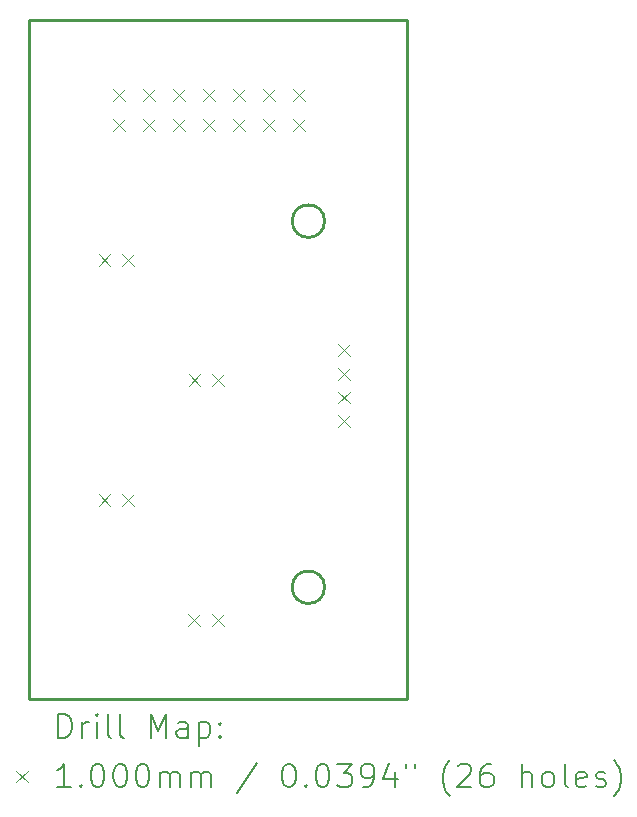
<source format=gbr>
%TF.GenerationSoftware,KiCad,Pcbnew,8.0.3*%
%TF.CreationDate,2024-07-16T15:02:45-04:00*%
%TF.ProjectId,Pheripheral-Scout,50686572-6970-4686-9572-616c2d53636f,rev?*%
%TF.SameCoordinates,Original*%
%TF.FileFunction,Drillmap*%
%TF.FilePolarity,Positive*%
%FSLAX45Y45*%
G04 Gerber Fmt 4.5, Leading zero omitted, Abs format (unit mm)*
G04 Created by KiCad (PCBNEW 8.0.3) date 2024-07-16 15:02:45*
%MOMM*%
%LPD*%
G01*
G04 APERTURE LIST*
%ADD10C,0.250000*%
%ADD11C,0.200000*%
%ADD12C,0.100000*%
G04 APERTURE END LIST*
D10*
X12979000Y-6604000D02*
X9779000Y-6604000D01*
X9779000Y-12354000D02*
X12979000Y-12354000D01*
X12979000Y-12354000D02*
X12979000Y-6604000D01*
X9779000Y-6604000D02*
X9779000Y-12354000D01*
X12281500Y-8304000D02*
G75*
G02*
X12006500Y-8304000I-137500J0D01*
G01*
X12006500Y-8304000D02*
G75*
G02*
X12281500Y-8304000I137500J0D01*
G01*
X12281500Y-11404000D02*
G75*
G02*
X12006500Y-11404000I-137500J0D01*
G01*
X12006500Y-11404000D02*
G75*
G02*
X12281500Y-11404000I137500J0D01*
G01*
D11*
D12*
X10368000Y-8586000D02*
X10468000Y-8686000D01*
X10468000Y-8586000D02*
X10368000Y-8686000D01*
X10368000Y-10618000D02*
X10468000Y-10718000D01*
X10468000Y-10618000D02*
X10368000Y-10718000D01*
X10491000Y-7189000D02*
X10591000Y-7289000D01*
X10591000Y-7189000D02*
X10491000Y-7289000D01*
X10491000Y-7443000D02*
X10591000Y-7543000D01*
X10591000Y-7443000D02*
X10491000Y-7543000D01*
X10568000Y-8586000D02*
X10668000Y-8686000D01*
X10668000Y-8586000D02*
X10568000Y-8686000D01*
X10568000Y-10618000D02*
X10668000Y-10718000D01*
X10668000Y-10618000D02*
X10568000Y-10718000D01*
X10745000Y-7189000D02*
X10845000Y-7289000D01*
X10845000Y-7189000D02*
X10745000Y-7289000D01*
X10745000Y-7443000D02*
X10845000Y-7543000D01*
X10845000Y-7443000D02*
X10745000Y-7543000D01*
X10999000Y-7189000D02*
X11099000Y-7289000D01*
X11099000Y-7189000D02*
X10999000Y-7289000D01*
X10999000Y-7443000D02*
X11099000Y-7543000D01*
X11099000Y-7443000D02*
X10999000Y-7543000D01*
X11126000Y-11634000D02*
X11226000Y-11734000D01*
X11226000Y-11634000D02*
X11126000Y-11734000D01*
X11130000Y-9602000D02*
X11230000Y-9702000D01*
X11230000Y-9602000D02*
X11130000Y-9702000D01*
X11253000Y-7189000D02*
X11353000Y-7289000D01*
X11353000Y-7189000D02*
X11253000Y-7289000D01*
X11253000Y-7443000D02*
X11353000Y-7543000D01*
X11353000Y-7443000D02*
X11253000Y-7543000D01*
X11326000Y-11634000D02*
X11426000Y-11734000D01*
X11426000Y-11634000D02*
X11326000Y-11734000D01*
X11330000Y-9602000D02*
X11430000Y-9702000D01*
X11430000Y-9602000D02*
X11330000Y-9702000D01*
X11507000Y-7189000D02*
X11607000Y-7289000D01*
X11607000Y-7189000D02*
X11507000Y-7289000D01*
X11507000Y-7443000D02*
X11607000Y-7543000D01*
X11607000Y-7443000D02*
X11507000Y-7543000D01*
X11761000Y-7189000D02*
X11861000Y-7289000D01*
X11861000Y-7189000D02*
X11761000Y-7289000D01*
X11761000Y-7443000D02*
X11861000Y-7543000D01*
X11861000Y-7443000D02*
X11761000Y-7543000D01*
X12015000Y-7189000D02*
X12115000Y-7289000D01*
X12115000Y-7189000D02*
X12015000Y-7289000D01*
X12015000Y-7443000D02*
X12115000Y-7543000D01*
X12115000Y-7443000D02*
X12015000Y-7543000D01*
X12396000Y-9348000D02*
X12496000Y-9448000D01*
X12496000Y-9348000D02*
X12396000Y-9448000D01*
X12396000Y-9548000D02*
X12496000Y-9648000D01*
X12496000Y-9548000D02*
X12396000Y-9648000D01*
X12396000Y-9748000D02*
X12496000Y-9848000D01*
X12496000Y-9748000D02*
X12396000Y-9848000D01*
X12396000Y-9948000D02*
X12496000Y-10048000D01*
X12496000Y-9948000D02*
X12396000Y-10048000D01*
D11*
X10027277Y-12677984D02*
X10027277Y-12477984D01*
X10027277Y-12477984D02*
X10074896Y-12477984D01*
X10074896Y-12477984D02*
X10103467Y-12487508D01*
X10103467Y-12487508D02*
X10122515Y-12506555D01*
X10122515Y-12506555D02*
X10132039Y-12525603D01*
X10132039Y-12525603D02*
X10141563Y-12563698D01*
X10141563Y-12563698D02*
X10141563Y-12592269D01*
X10141563Y-12592269D02*
X10132039Y-12630365D01*
X10132039Y-12630365D02*
X10122515Y-12649412D01*
X10122515Y-12649412D02*
X10103467Y-12668460D01*
X10103467Y-12668460D02*
X10074896Y-12677984D01*
X10074896Y-12677984D02*
X10027277Y-12677984D01*
X10227277Y-12677984D02*
X10227277Y-12544650D01*
X10227277Y-12582746D02*
X10236801Y-12563698D01*
X10236801Y-12563698D02*
X10246324Y-12554174D01*
X10246324Y-12554174D02*
X10265372Y-12544650D01*
X10265372Y-12544650D02*
X10284420Y-12544650D01*
X10351086Y-12677984D02*
X10351086Y-12544650D01*
X10351086Y-12477984D02*
X10341563Y-12487508D01*
X10341563Y-12487508D02*
X10351086Y-12497031D01*
X10351086Y-12497031D02*
X10360610Y-12487508D01*
X10360610Y-12487508D02*
X10351086Y-12477984D01*
X10351086Y-12477984D02*
X10351086Y-12497031D01*
X10474896Y-12677984D02*
X10455848Y-12668460D01*
X10455848Y-12668460D02*
X10446324Y-12649412D01*
X10446324Y-12649412D02*
X10446324Y-12477984D01*
X10579658Y-12677984D02*
X10560610Y-12668460D01*
X10560610Y-12668460D02*
X10551086Y-12649412D01*
X10551086Y-12649412D02*
X10551086Y-12477984D01*
X10808229Y-12677984D02*
X10808229Y-12477984D01*
X10808229Y-12477984D02*
X10874896Y-12620841D01*
X10874896Y-12620841D02*
X10941563Y-12477984D01*
X10941563Y-12477984D02*
X10941563Y-12677984D01*
X11122515Y-12677984D02*
X11122515Y-12573222D01*
X11122515Y-12573222D02*
X11112991Y-12554174D01*
X11112991Y-12554174D02*
X11093944Y-12544650D01*
X11093944Y-12544650D02*
X11055848Y-12544650D01*
X11055848Y-12544650D02*
X11036801Y-12554174D01*
X11122515Y-12668460D02*
X11103467Y-12677984D01*
X11103467Y-12677984D02*
X11055848Y-12677984D01*
X11055848Y-12677984D02*
X11036801Y-12668460D01*
X11036801Y-12668460D02*
X11027277Y-12649412D01*
X11027277Y-12649412D02*
X11027277Y-12630365D01*
X11027277Y-12630365D02*
X11036801Y-12611317D01*
X11036801Y-12611317D02*
X11055848Y-12601793D01*
X11055848Y-12601793D02*
X11103467Y-12601793D01*
X11103467Y-12601793D02*
X11122515Y-12592269D01*
X11217753Y-12544650D02*
X11217753Y-12744650D01*
X11217753Y-12554174D02*
X11236801Y-12544650D01*
X11236801Y-12544650D02*
X11274896Y-12544650D01*
X11274896Y-12544650D02*
X11293943Y-12554174D01*
X11293943Y-12554174D02*
X11303467Y-12563698D01*
X11303467Y-12563698D02*
X11312991Y-12582746D01*
X11312991Y-12582746D02*
X11312991Y-12639888D01*
X11312991Y-12639888D02*
X11303467Y-12658936D01*
X11303467Y-12658936D02*
X11293943Y-12668460D01*
X11293943Y-12668460D02*
X11274896Y-12677984D01*
X11274896Y-12677984D02*
X11236801Y-12677984D01*
X11236801Y-12677984D02*
X11217753Y-12668460D01*
X11398705Y-12658936D02*
X11408229Y-12668460D01*
X11408229Y-12668460D02*
X11398705Y-12677984D01*
X11398705Y-12677984D02*
X11389182Y-12668460D01*
X11389182Y-12668460D02*
X11398705Y-12658936D01*
X11398705Y-12658936D02*
X11398705Y-12677984D01*
X11398705Y-12554174D02*
X11408229Y-12563698D01*
X11408229Y-12563698D02*
X11398705Y-12573222D01*
X11398705Y-12573222D02*
X11389182Y-12563698D01*
X11389182Y-12563698D02*
X11398705Y-12554174D01*
X11398705Y-12554174D02*
X11398705Y-12573222D01*
D12*
X9666500Y-12956500D02*
X9766500Y-13056500D01*
X9766500Y-12956500D02*
X9666500Y-13056500D01*
D11*
X10132039Y-13097984D02*
X10017753Y-13097984D01*
X10074896Y-13097984D02*
X10074896Y-12897984D01*
X10074896Y-12897984D02*
X10055848Y-12926555D01*
X10055848Y-12926555D02*
X10036801Y-12945603D01*
X10036801Y-12945603D02*
X10017753Y-12955127D01*
X10217753Y-13078936D02*
X10227277Y-13088460D01*
X10227277Y-13088460D02*
X10217753Y-13097984D01*
X10217753Y-13097984D02*
X10208229Y-13088460D01*
X10208229Y-13088460D02*
X10217753Y-13078936D01*
X10217753Y-13078936D02*
X10217753Y-13097984D01*
X10351086Y-12897984D02*
X10370134Y-12897984D01*
X10370134Y-12897984D02*
X10389182Y-12907508D01*
X10389182Y-12907508D02*
X10398705Y-12917031D01*
X10398705Y-12917031D02*
X10408229Y-12936079D01*
X10408229Y-12936079D02*
X10417753Y-12974174D01*
X10417753Y-12974174D02*
X10417753Y-13021793D01*
X10417753Y-13021793D02*
X10408229Y-13059888D01*
X10408229Y-13059888D02*
X10398705Y-13078936D01*
X10398705Y-13078936D02*
X10389182Y-13088460D01*
X10389182Y-13088460D02*
X10370134Y-13097984D01*
X10370134Y-13097984D02*
X10351086Y-13097984D01*
X10351086Y-13097984D02*
X10332039Y-13088460D01*
X10332039Y-13088460D02*
X10322515Y-13078936D01*
X10322515Y-13078936D02*
X10312991Y-13059888D01*
X10312991Y-13059888D02*
X10303467Y-13021793D01*
X10303467Y-13021793D02*
X10303467Y-12974174D01*
X10303467Y-12974174D02*
X10312991Y-12936079D01*
X10312991Y-12936079D02*
X10322515Y-12917031D01*
X10322515Y-12917031D02*
X10332039Y-12907508D01*
X10332039Y-12907508D02*
X10351086Y-12897984D01*
X10541563Y-12897984D02*
X10560610Y-12897984D01*
X10560610Y-12897984D02*
X10579658Y-12907508D01*
X10579658Y-12907508D02*
X10589182Y-12917031D01*
X10589182Y-12917031D02*
X10598705Y-12936079D01*
X10598705Y-12936079D02*
X10608229Y-12974174D01*
X10608229Y-12974174D02*
X10608229Y-13021793D01*
X10608229Y-13021793D02*
X10598705Y-13059888D01*
X10598705Y-13059888D02*
X10589182Y-13078936D01*
X10589182Y-13078936D02*
X10579658Y-13088460D01*
X10579658Y-13088460D02*
X10560610Y-13097984D01*
X10560610Y-13097984D02*
X10541563Y-13097984D01*
X10541563Y-13097984D02*
X10522515Y-13088460D01*
X10522515Y-13088460D02*
X10512991Y-13078936D01*
X10512991Y-13078936D02*
X10503467Y-13059888D01*
X10503467Y-13059888D02*
X10493944Y-13021793D01*
X10493944Y-13021793D02*
X10493944Y-12974174D01*
X10493944Y-12974174D02*
X10503467Y-12936079D01*
X10503467Y-12936079D02*
X10512991Y-12917031D01*
X10512991Y-12917031D02*
X10522515Y-12907508D01*
X10522515Y-12907508D02*
X10541563Y-12897984D01*
X10732039Y-12897984D02*
X10751086Y-12897984D01*
X10751086Y-12897984D02*
X10770134Y-12907508D01*
X10770134Y-12907508D02*
X10779658Y-12917031D01*
X10779658Y-12917031D02*
X10789182Y-12936079D01*
X10789182Y-12936079D02*
X10798705Y-12974174D01*
X10798705Y-12974174D02*
X10798705Y-13021793D01*
X10798705Y-13021793D02*
X10789182Y-13059888D01*
X10789182Y-13059888D02*
X10779658Y-13078936D01*
X10779658Y-13078936D02*
X10770134Y-13088460D01*
X10770134Y-13088460D02*
X10751086Y-13097984D01*
X10751086Y-13097984D02*
X10732039Y-13097984D01*
X10732039Y-13097984D02*
X10712991Y-13088460D01*
X10712991Y-13088460D02*
X10703467Y-13078936D01*
X10703467Y-13078936D02*
X10693944Y-13059888D01*
X10693944Y-13059888D02*
X10684420Y-13021793D01*
X10684420Y-13021793D02*
X10684420Y-12974174D01*
X10684420Y-12974174D02*
X10693944Y-12936079D01*
X10693944Y-12936079D02*
X10703467Y-12917031D01*
X10703467Y-12917031D02*
X10712991Y-12907508D01*
X10712991Y-12907508D02*
X10732039Y-12897984D01*
X10884420Y-13097984D02*
X10884420Y-12964650D01*
X10884420Y-12983698D02*
X10893944Y-12974174D01*
X10893944Y-12974174D02*
X10912991Y-12964650D01*
X10912991Y-12964650D02*
X10941563Y-12964650D01*
X10941563Y-12964650D02*
X10960610Y-12974174D01*
X10960610Y-12974174D02*
X10970134Y-12993222D01*
X10970134Y-12993222D02*
X10970134Y-13097984D01*
X10970134Y-12993222D02*
X10979658Y-12974174D01*
X10979658Y-12974174D02*
X10998705Y-12964650D01*
X10998705Y-12964650D02*
X11027277Y-12964650D01*
X11027277Y-12964650D02*
X11046325Y-12974174D01*
X11046325Y-12974174D02*
X11055848Y-12993222D01*
X11055848Y-12993222D02*
X11055848Y-13097984D01*
X11151086Y-13097984D02*
X11151086Y-12964650D01*
X11151086Y-12983698D02*
X11160610Y-12974174D01*
X11160610Y-12974174D02*
X11179658Y-12964650D01*
X11179658Y-12964650D02*
X11208229Y-12964650D01*
X11208229Y-12964650D02*
X11227277Y-12974174D01*
X11227277Y-12974174D02*
X11236801Y-12993222D01*
X11236801Y-12993222D02*
X11236801Y-13097984D01*
X11236801Y-12993222D02*
X11246324Y-12974174D01*
X11246324Y-12974174D02*
X11265372Y-12964650D01*
X11265372Y-12964650D02*
X11293943Y-12964650D01*
X11293943Y-12964650D02*
X11312991Y-12974174D01*
X11312991Y-12974174D02*
X11322515Y-12993222D01*
X11322515Y-12993222D02*
X11322515Y-13097984D01*
X11712991Y-12888460D02*
X11541563Y-13145603D01*
X11970134Y-12897984D02*
X11989182Y-12897984D01*
X11989182Y-12897984D02*
X12008229Y-12907508D01*
X12008229Y-12907508D02*
X12017753Y-12917031D01*
X12017753Y-12917031D02*
X12027277Y-12936079D01*
X12027277Y-12936079D02*
X12036801Y-12974174D01*
X12036801Y-12974174D02*
X12036801Y-13021793D01*
X12036801Y-13021793D02*
X12027277Y-13059888D01*
X12027277Y-13059888D02*
X12017753Y-13078936D01*
X12017753Y-13078936D02*
X12008229Y-13088460D01*
X12008229Y-13088460D02*
X11989182Y-13097984D01*
X11989182Y-13097984D02*
X11970134Y-13097984D01*
X11970134Y-13097984D02*
X11951086Y-13088460D01*
X11951086Y-13088460D02*
X11941563Y-13078936D01*
X11941563Y-13078936D02*
X11932039Y-13059888D01*
X11932039Y-13059888D02*
X11922515Y-13021793D01*
X11922515Y-13021793D02*
X11922515Y-12974174D01*
X11922515Y-12974174D02*
X11932039Y-12936079D01*
X11932039Y-12936079D02*
X11941563Y-12917031D01*
X11941563Y-12917031D02*
X11951086Y-12907508D01*
X11951086Y-12907508D02*
X11970134Y-12897984D01*
X12122515Y-13078936D02*
X12132039Y-13088460D01*
X12132039Y-13088460D02*
X12122515Y-13097984D01*
X12122515Y-13097984D02*
X12112991Y-13088460D01*
X12112991Y-13088460D02*
X12122515Y-13078936D01*
X12122515Y-13078936D02*
X12122515Y-13097984D01*
X12255848Y-12897984D02*
X12274896Y-12897984D01*
X12274896Y-12897984D02*
X12293944Y-12907508D01*
X12293944Y-12907508D02*
X12303467Y-12917031D01*
X12303467Y-12917031D02*
X12312991Y-12936079D01*
X12312991Y-12936079D02*
X12322515Y-12974174D01*
X12322515Y-12974174D02*
X12322515Y-13021793D01*
X12322515Y-13021793D02*
X12312991Y-13059888D01*
X12312991Y-13059888D02*
X12303467Y-13078936D01*
X12303467Y-13078936D02*
X12293944Y-13088460D01*
X12293944Y-13088460D02*
X12274896Y-13097984D01*
X12274896Y-13097984D02*
X12255848Y-13097984D01*
X12255848Y-13097984D02*
X12236801Y-13088460D01*
X12236801Y-13088460D02*
X12227277Y-13078936D01*
X12227277Y-13078936D02*
X12217753Y-13059888D01*
X12217753Y-13059888D02*
X12208229Y-13021793D01*
X12208229Y-13021793D02*
X12208229Y-12974174D01*
X12208229Y-12974174D02*
X12217753Y-12936079D01*
X12217753Y-12936079D02*
X12227277Y-12917031D01*
X12227277Y-12917031D02*
X12236801Y-12907508D01*
X12236801Y-12907508D02*
X12255848Y-12897984D01*
X12389182Y-12897984D02*
X12512991Y-12897984D01*
X12512991Y-12897984D02*
X12446325Y-12974174D01*
X12446325Y-12974174D02*
X12474896Y-12974174D01*
X12474896Y-12974174D02*
X12493944Y-12983698D01*
X12493944Y-12983698D02*
X12503467Y-12993222D01*
X12503467Y-12993222D02*
X12512991Y-13012269D01*
X12512991Y-13012269D02*
X12512991Y-13059888D01*
X12512991Y-13059888D02*
X12503467Y-13078936D01*
X12503467Y-13078936D02*
X12493944Y-13088460D01*
X12493944Y-13088460D02*
X12474896Y-13097984D01*
X12474896Y-13097984D02*
X12417753Y-13097984D01*
X12417753Y-13097984D02*
X12398706Y-13088460D01*
X12398706Y-13088460D02*
X12389182Y-13078936D01*
X12608229Y-13097984D02*
X12646325Y-13097984D01*
X12646325Y-13097984D02*
X12665372Y-13088460D01*
X12665372Y-13088460D02*
X12674896Y-13078936D01*
X12674896Y-13078936D02*
X12693944Y-13050365D01*
X12693944Y-13050365D02*
X12703467Y-13012269D01*
X12703467Y-13012269D02*
X12703467Y-12936079D01*
X12703467Y-12936079D02*
X12693944Y-12917031D01*
X12693944Y-12917031D02*
X12684420Y-12907508D01*
X12684420Y-12907508D02*
X12665372Y-12897984D01*
X12665372Y-12897984D02*
X12627277Y-12897984D01*
X12627277Y-12897984D02*
X12608229Y-12907508D01*
X12608229Y-12907508D02*
X12598706Y-12917031D01*
X12598706Y-12917031D02*
X12589182Y-12936079D01*
X12589182Y-12936079D02*
X12589182Y-12983698D01*
X12589182Y-12983698D02*
X12598706Y-13002746D01*
X12598706Y-13002746D02*
X12608229Y-13012269D01*
X12608229Y-13012269D02*
X12627277Y-13021793D01*
X12627277Y-13021793D02*
X12665372Y-13021793D01*
X12665372Y-13021793D02*
X12684420Y-13012269D01*
X12684420Y-13012269D02*
X12693944Y-13002746D01*
X12693944Y-13002746D02*
X12703467Y-12983698D01*
X12874896Y-12964650D02*
X12874896Y-13097984D01*
X12827277Y-12888460D02*
X12779658Y-13031317D01*
X12779658Y-13031317D02*
X12903467Y-13031317D01*
X12970134Y-12897984D02*
X12970134Y-12936079D01*
X13046325Y-12897984D02*
X13046325Y-12936079D01*
X13341563Y-13174174D02*
X13332039Y-13164650D01*
X13332039Y-13164650D02*
X13312991Y-13136079D01*
X13312991Y-13136079D02*
X13303468Y-13117031D01*
X13303468Y-13117031D02*
X13293944Y-13088460D01*
X13293944Y-13088460D02*
X13284420Y-13040841D01*
X13284420Y-13040841D02*
X13284420Y-13002746D01*
X13284420Y-13002746D02*
X13293944Y-12955127D01*
X13293944Y-12955127D02*
X13303468Y-12926555D01*
X13303468Y-12926555D02*
X13312991Y-12907508D01*
X13312991Y-12907508D02*
X13332039Y-12878936D01*
X13332039Y-12878936D02*
X13341563Y-12869412D01*
X13408229Y-12917031D02*
X13417753Y-12907508D01*
X13417753Y-12907508D02*
X13436801Y-12897984D01*
X13436801Y-12897984D02*
X13484420Y-12897984D01*
X13484420Y-12897984D02*
X13503468Y-12907508D01*
X13503468Y-12907508D02*
X13512991Y-12917031D01*
X13512991Y-12917031D02*
X13522515Y-12936079D01*
X13522515Y-12936079D02*
X13522515Y-12955127D01*
X13522515Y-12955127D02*
X13512991Y-12983698D01*
X13512991Y-12983698D02*
X13398706Y-13097984D01*
X13398706Y-13097984D02*
X13522515Y-13097984D01*
X13693944Y-12897984D02*
X13655848Y-12897984D01*
X13655848Y-12897984D02*
X13636801Y-12907508D01*
X13636801Y-12907508D02*
X13627277Y-12917031D01*
X13627277Y-12917031D02*
X13608229Y-12945603D01*
X13608229Y-12945603D02*
X13598706Y-12983698D01*
X13598706Y-12983698D02*
X13598706Y-13059888D01*
X13598706Y-13059888D02*
X13608229Y-13078936D01*
X13608229Y-13078936D02*
X13617753Y-13088460D01*
X13617753Y-13088460D02*
X13636801Y-13097984D01*
X13636801Y-13097984D02*
X13674896Y-13097984D01*
X13674896Y-13097984D02*
X13693944Y-13088460D01*
X13693944Y-13088460D02*
X13703468Y-13078936D01*
X13703468Y-13078936D02*
X13712991Y-13059888D01*
X13712991Y-13059888D02*
X13712991Y-13012269D01*
X13712991Y-13012269D02*
X13703468Y-12993222D01*
X13703468Y-12993222D02*
X13693944Y-12983698D01*
X13693944Y-12983698D02*
X13674896Y-12974174D01*
X13674896Y-12974174D02*
X13636801Y-12974174D01*
X13636801Y-12974174D02*
X13617753Y-12983698D01*
X13617753Y-12983698D02*
X13608229Y-12993222D01*
X13608229Y-12993222D02*
X13598706Y-13012269D01*
X13951087Y-13097984D02*
X13951087Y-12897984D01*
X14036801Y-13097984D02*
X14036801Y-12993222D01*
X14036801Y-12993222D02*
X14027277Y-12974174D01*
X14027277Y-12974174D02*
X14008230Y-12964650D01*
X14008230Y-12964650D02*
X13979658Y-12964650D01*
X13979658Y-12964650D02*
X13960610Y-12974174D01*
X13960610Y-12974174D02*
X13951087Y-12983698D01*
X14160610Y-13097984D02*
X14141563Y-13088460D01*
X14141563Y-13088460D02*
X14132039Y-13078936D01*
X14132039Y-13078936D02*
X14122515Y-13059888D01*
X14122515Y-13059888D02*
X14122515Y-13002746D01*
X14122515Y-13002746D02*
X14132039Y-12983698D01*
X14132039Y-12983698D02*
X14141563Y-12974174D01*
X14141563Y-12974174D02*
X14160610Y-12964650D01*
X14160610Y-12964650D02*
X14189182Y-12964650D01*
X14189182Y-12964650D02*
X14208230Y-12974174D01*
X14208230Y-12974174D02*
X14217753Y-12983698D01*
X14217753Y-12983698D02*
X14227277Y-13002746D01*
X14227277Y-13002746D02*
X14227277Y-13059888D01*
X14227277Y-13059888D02*
X14217753Y-13078936D01*
X14217753Y-13078936D02*
X14208230Y-13088460D01*
X14208230Y-13088460D02*
X14189182Y-13097984D01*
X14189182Y-13097984D02*
X14160610Y-13097984D01*
X14341563Y-13097984D02*
X14322515Y-13088460D01*
X14322515Y-13088460D02*
X14312991Y-13069412D01*
X14312991Y-13069412D02*
X14312991Y-12897984D01*
X14493944Y-13088460D02*
X14474896Y-13097984D01*
X14474896Y-13097984D02*
X14436801Y-13097984D01*
X14436801Y-13097984D02*
X14417753Y-13088460D01*
X14417753Y-13088460D02*
X14408230Y-13069412D01*
X14408230Y-13069412D02*
X14408230Y-12993222D01*
X14408230Y-12993222D02*
X14417753Y-12974174D01*
X14417753Y-12974174D02*
X14436801Y-12964650D01*
X14436801Y-12964650D02*
X14474896Y-12964650D01*
X14474896Y-12964650D02*
X14493944Y-12974174D01*
X14493944Y-12974174D02*
X14503468Y-12993222D01*
X14503468Y-12993222D02*
X14503468Y-13012269D01*
X14503468Y-13012269D02*
X14408230Y-13031317D01*
X14579658Y-13088460D02*
X14598706Y-13097984D01*
X14598706Y-13097984D02*
X14636801Y-13097984D01*
X14636801Y-13097984D02*
X14655849Y-13088460D01*
X14655849Y-13088460D02*
X14665372Y-13069412D01*
X14665372Y-13069412D02*
X14665372Y-13059888D01*
X14665372Y-13059888D02*
X14655849Y-13040841D01*
X14655849Y-13040841D02*
X14636801Y-13031317D01*
X14636801Y-13031317D02*
X14608230Y-13031317D01*
X14608230Y-13031317D02*
X14589182Y-13021793D01*
X14589182Y-13021793D02*
X14579658Y-13002746D01*
X14579658Y-13002746D02*
X14579658Y-12993222D01*
X14579658Y-12993222D02*
X14589182Y-12974174D01*
X14589182Y-12974174D02*
X14608230Y-12964650D01*
X14608230Y-12964650D02*
X14636801Y-12964650D01*
X14636801Y-12964650D02*
X14655849Y-12974174D01*
X14732039Y-13174174D02*
X14741563Y-13164650D01*
X14741563Y-13164650D02*
X14760611Y-13136079D01*
X14760611Y-13136079D02*
X14770134Y-13117031D01*
X14770134Y-13117031D02*
X14779658Y-13088460D01*
X14779658Y-13088460D02*
X14789182Y-13040841D01*
X14789182Y-13040841D02*
X14789182Y-13002746D01*
X14789182Y-13002746D02*
X14779658Y-12955127D01*
X14779658Y-12955127D02*
X14770134Y-12926555D01*
X14770134Y-12926555D02*
X14760611Y-12907508D01*
X14760611Y-12907508D02*
X14741563Y-12878936D01*
X14741563Y-12878936D02*
X14732039Y-12869412D01*
M02*

</source>
